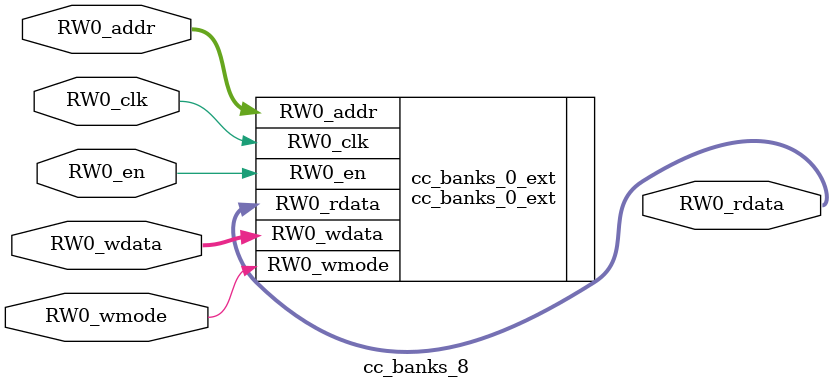
<source format=sv>
module cc_banks_8(	// @[generators/rocket-chip/src/main/scala/util/DescribedSRAM.scala:17:26]
  input  [11:0] RW0_addr,
  input         RW0_en,
  input         RW0_clk,
  input         RW0_wmode,
  input  [63:0] RW0_wdata,
  output [63:0] RW0_rdata
);

  cc_banks_0_ext cc_banks_0_ext (	// @[generators/rocket-chip/src/main/scala/util/DescribedSRAM.scala:17:26]
    .RW0_addr  (RW0_addr),
    .RW0_en    (RW0_en),
    .RW0_clk   (RW0_clk),
    .RW0_wmode (RW0_wmode),
    .RW0_wdata (RW0_wdata),
    .RW0_rdata (RW0_rdata)
  );	// @[generators/rocket-chip/src/main/scala/util/DescribedSRAM.scala:17:26]
endmodule


</source>
